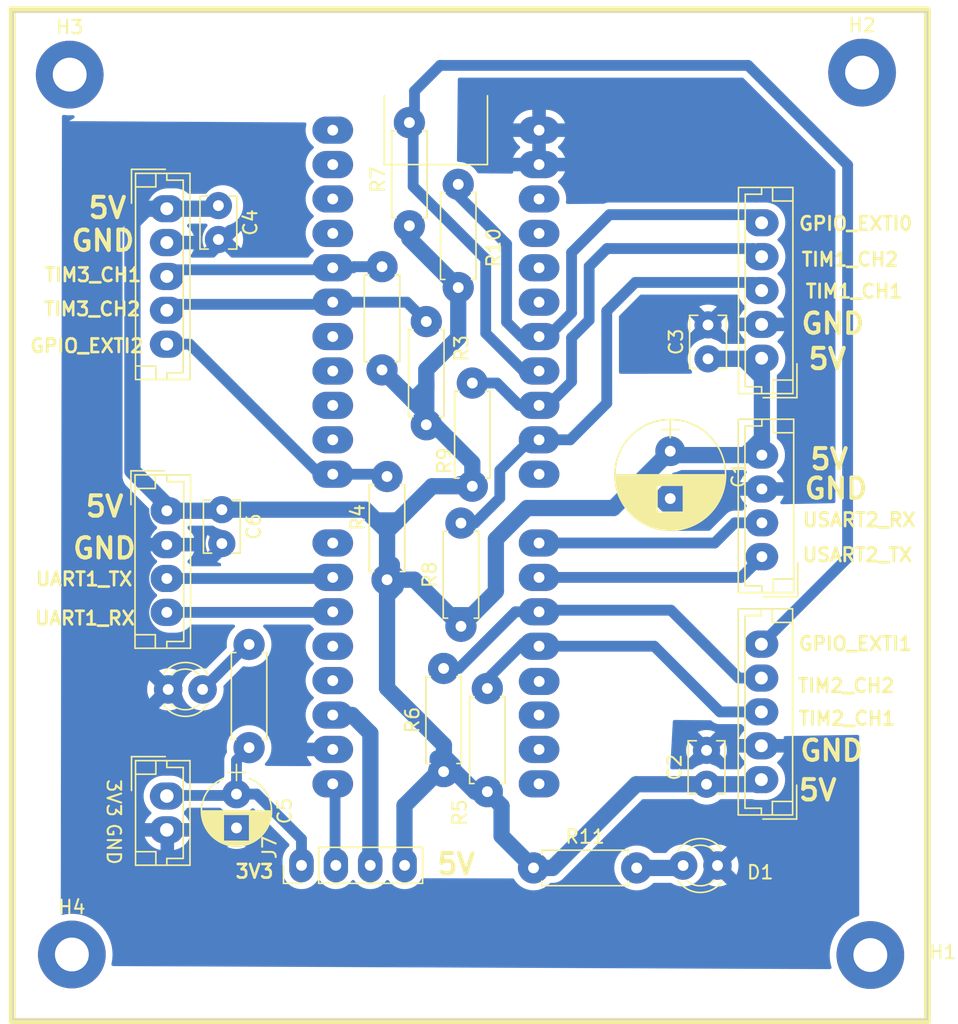
<source format=kicad_pcb>
(kicad_pcb (version 20221018) (generator pcbnew)
  (layers (0 "F.Cu" signal) (31 "B.Cu" signal) (34 "B.Paste" user) (35 "F.Paste" user) (36 "B.SilkS" user "B.Silkscreen") (37 "F.SilkS" user "F.Silkscreen") (38 "B.Mask" user) (39 "F.Mask" user) (44 "Edge.Cuts" user))
  (net 0 "")
  (net 1 "/UART_RX")
  (net 2 "/UART_TX")
  (net 3 "/3V3")
  (net 4 "/Vin")
  (net 5 "/VIN3")
  (net 6 "Net-(D1-A)")
  (net 7 "+5V")
  (net 8 "GND")
  (net 9 "Net-(J1-Pin_3)")
  (net 10 "/EXP2")
  (net 11 "Net-(J1-Pin_4)")
  (net 12 "Net-(J2-Pin_3)")
  (net 13 "/EXP1")
  (net 14 "Net-(J3-Pin_3)")
  (net 15 "Net-(J2-Pin_4)")
  (net 16 "/EXP0")
  (net 31 "/USART2_TX")
  (net 32 "/USART2_RX")
  (net 37 "Net-(J3-Pin_4)")
  (net 39 "Net-(D2-A)")
  (footprint "MY_LIB:Capacitor_Disc_Small" (layer "F.Cu") (at 110.884 68.67 -90)
    (fp_text reference "C4" (at 1.25 -2.36 -90) (layer "F.SilkS"))
    (fp_text value "C_Polarized_US")
    (pad "1" thru_hole circle (at 0 0 270) (size 2 2) (drill 0.8) (layers "*.Cu" "*.Mask") (net 7 "+5V"))
    (pad "2" thru_hole circle (at 2.5 0 270) (size 2 2) (drill 0.8) (layers "*.Cu" "*.Mask") (net 8 "GND"))
  )
  (footprint "MY_LIB:Resistor_small" (layer "F.Cu") (at 128.6 74.72 90)
    (fp_text reference "R10" (at 2.94 2.61 90) (layer "F.SilkS"))
    (fp_text value "R")
    (pad "1" thru_hole circle (at 0 0 90) (size 2.3 2.3) (drill 0.8) (layers "*.Cu" "*.Mask") (net 7 "+5V"))
    (pad "2" thru_hole circle (at 7.62 0 90) (size 2.3 2.3) (drill 0.8) (layers "*.Cu" "*.Mask") (net 16 "/EXP0"))
  )
  (footprint "MY_LIB:jst_4" (layer "F.Cu") (at 151.03 94.59 90)
    (fp_text reference "J5" hide)
    (fp_text value "Conn_01x04" hide)
    (pad "1" thru_hole oval (at 0 0 90) (size 2 2.4) (drill 0.8) (layers "*.Cu" "*.Mask") (net 31 "/USART2_TX"))
    (pad "2" thru_hole oval (at 2.5 0 90) (size 2 2.4) (drill 0.8) (layers "*.Cu" "*.Mask") (net 32 "/USART2_RX"))
    (pad "3" thru_hole oval (at 5 0 90) (size 2 2.4) (drill 0.8) (layers "*.Cu" "*.Mask") (net 8 "GND"))
    (pad "4" thru_hole oval (at 7.5 0 90) (size 2 2.4) (drill 0.8) (layers "*.Cu" "*.Mask") (net 7 "+5V"))
  )
  (footprint "MY_LIB:Capacitor_Disc_Small" (layer "F.Cu") (at 111.138 91.12 -90)
    (fp_text reference "C6" (at 1.25 -2.36 90) (layer "F.SilkS"))
    (fp_text value "C")
    (pad "1" thru_hole circle (at 0 0 270) (size 2 2) (drill 0.8) (layers "*.Cu" "*.Mask") (net 7 "+5V"))
    (pad "2" thru_hole circle (at 2.5 0 270) (size 2 2) (drill 0.8) (layers "*.Cu" "*.Mask") (net 8 "GND"))
  )
  (footprint "MY_LIB:Capacitor_10uF" (layer "F.Cu") (at 112.22 112.1175 -90)
    (fp_text reference "C5" (at 1.25 -3.56 90) (layer "F.SilkS"))
    (fp_text value "C")
    (pad "1" thru_hole circle (at 0 0 270) (size 2.1 2.1) (drill 0.8) (layers "*.Cu" "*.Mask") (net 3 "/3V3"))
    (pad "2" thru_hole circle (at 2.5 0 270) (size 2.1 2.1) (drill 0.8) (layers "*.Cu" "*.Mask") (net 8 "GND"))
  )
  (footprint "MY_LIB:Resistor_small" (layer "F.Cu") (at 113.15 108.69 90)
    (fp_text reference "R2" hide)
    (fp_text value "R" hide)
    (pad "1" thru_hole circle (at 0 0 90) (size 2.3 2.3) (drill 0.8) (layers "*.Cu" "*.Mask") (net 3 "/3V3"))
    (pad "2" thru_hole circle (at 7.62 0 90) (size 2.3 2.3) (drill 0.8) (layers "*.Cu" "*.Mask") (net 39 "Net-(D2-A)"))
  )
  (footprint "MountingHole:MountingHole_2.5mm_Pad" (layer "F.Cu") (at 100.06 123.96)
    (fp_text reference "H4" (at 0 -3.5) (layer "F.SilkS"))
    (fp_text value "MountingHole")
    (pad "1" thru_hole circle (at 0 0) (size 5 5) (drill 2.5) (layers "*.Cu" "*.Mask"))
  )
  (footprint "Connector_JST:JST_EH_B5B-EH-A_1x05_P2.50mm_Vertical" (layer "F.Cu") (at 150.99 111.05 90)
    (fp_text reference "J2" hide)
    (fp_text value "Conn_01x05" hide)
    (pad "1" thru_hole oval (at 0 0 90) (size 2 2.5) (drill 0.95) (layers "*.Cu" "*.Mask") (net 7 "+5V"))
    (pad "2" thru_hole oval (at 2.5 0 90) (size 2 2.5) (drill 0.95) (layers "*.Cu" "*.Mask") (net 8 "GND"))
    (pad "3" thru_hole oval (at 5 0 90) (size 2 2.5) (drill 0.95) (layers "*.Cu" "*.Mask") (net 12 "Net-(J2-Pin_3)"))
    (pad "4" thru_hole oval (at 7.5 0 90) (size 2 2.5) (drill 0.95) (layers "*.Cu" "*.Mask") (net 15 "Net-(J2-Pin_4)"))
    (pad "5" thru_hole oval (at 10 0 90) (size 2 2.5) (drill 0.95) (layers "*.Cu" "*.Mask") (net 13 "/EXP1"))
  )
  (footprint "Connector_JST:JST_EH_B5B-EH-A_1x05_P2.50mm_Vertical" (layer "F.Cu") (at 151.01 79.94 90)
    (fp_text reference "J3" hide)
    (fp_text value "Conn_01x05" hide)
    (pad "1" thru_hole oval (at 0 0 90) (size 2 2.5) (drill 0.95) (layers "*.Cu" "*.Mask") (net 7 "+5V"))
    (pad "2" thru_hole oval (at 2.5 0 90) (size 2 2.5) (drill 0.95) (layers "*.Cu" "*.Mask") (net 8 "GND"))
    (pad "3" thru_hole oval (at 5 0 90) (size 2 2.5) (drill 0.95) (layers "*.Cu" "*.Mask") (net 14 "Net-(J3-Pin_3)"))
    (pad "4" thru_hole oval (at 7.5 0 90) (size 2 2.5) (drill 0.95) (layers "*.Cu" "*.Mask") (net 37 "Net-(J3-Pin_4)"))
    (pad "5" thru_hole oval (at 10 0 90) (size 2 2.5) (drill 0.95) (layers "*.Cu" "*.Mask") (net 16 "/EXP0"))
  )
  (footprint "MY_LIB:Resistor_small" (layer "F.Cu") (at 123.34 96.29 90)
    (fp_text reference "R4" (at 4.6 -2.16 90) (layer "F.SilkS"))
    (fp_text value "R")
    (pad "1" thru_hole circle (at 0 0 90) (size 2.3 2.3) (drill 0.8) (layers "*.Cu" "*.Mask") (net 7 "+5V"))
    (pad "2" thru_hole circle (at 7.62 0 90) (size 2.3 2.3) (drill 0.8) (layers "*.Cu" "*.Mask") (net 10 "/EXP2"))
  )
  (footprint "MY_LIB:LED_D3.0mm" (layer "F.Cu") (at 107.175 104.39)
    (fp_text reference "D2" hide)
    (fp_text value "LED" hide)
    (pad "1" thru_hole circle (at 0 0) (size 2.1 2.1) (drill 0.8) (layers "*.Cu" "*.Mask") (net 8 "GND"))
    (pad "2" thru_hole circle (at 2.54 0) (size 2.1 2.1) (drill 0.8) (layers "*.Cu" "*.Mask") (net 39 "Net-(D2-A)"))
  )
  (footprint "MY_LIB:Resistor_small" (layer "F.Cu") (at 122.97 80.8 90)
    (fp_text reference "R1" hide)
    (fp_text value "R" hide)
    (pad "1" thru_hole circle (at 0 0 90) (size 2.3 2.3) (drill 0.8) (layers "*.Cu" "*.Mask") (net 7 "+5V"))
    (pad "2" thru_hole circle (at 7.62 0 90) (size 2.3 2.3) (drill 0.8) (layers "*.Cu" "*.Mask") (net 9 "Net-(J1-Pin_3)"))
  )
  (footprint "MountingHole:MountingHole_2.5mm_Pad" (layer "F.Cu") (at 159.04 124)
    (fp_text reference "H1" (at 5.36 -0.22) (layer "F.SilkS"))
    (fp_text value "MountingHole")
    (pad "1" thru_hole circle (at 0 0) (size 5 5) (drill 2.5) (layers "*.Cu" "*.Mask"))
  )
  (footprint "MountingHole:MountingHole_2.5mm_Pad" (layer "F.Cu") (at 99.9 59)
    (fp_text reference "H3" (at 0 -3.5) (layer "F.SilkS"))
    (fp_text value "MountingHole")
    (pad "1" thru_hole circle (at 0 0) (size 5 5) (drill 2.5) (layers "*.Cu" "*.Mask"))
  )
  (footprint "MY_LIB:Resistor_small" (layer "F.Cu") (at 130.75 111.94 90)
    (fp_text reference "R5" (at -1.54 -2.04 90) (layer "F.SilkS"))
    (fp_text value "R")
    (pad "1" thru_hole circle (at 0 0 90) (size 2.3 2.3) (drill 0.8) (layers "*.Cu" "*.Mask") (net 7 "+5V"))
    (pad "2" thru_hole circle (at 7.62 0 90) (size 2.3 2.3) (drill 0.8) (layers "*.Cu" "*.Mask") (net 12 "Net-(J2-Pin_3)"))
  )
  (footprint "MY_LIB:LED_D3.0mm" (layer "F.Cu") (at 147.75 117.39 180)
    (fp_text reference "D1" (at -3.155 -0.505) (layer "F.SilkS"))
    (fp_text value "LED")
    (pad "1" thru_hole circle (at 0 0 180) (size 2.1 2.1) (drill 0.8) (layers "*.Cu" "*.Mask") (net 8 "GND"))
    (pad "2" thru_hole circle (at 2.54 0 180) (size 2.1 2.1) (drill 0.8) (layers "*.Cu" "*.Mask") (net 6 "Net-(D1-A)"))
  )
  (footprint "MY_LIB:Resistor_small" (layer "F.Cu") (at 124.99 70.16 90)
    (fp_text reference "R7" (at 3.41 -2.33 90) (layer "F.SilkS"))
    (fp_text value "R")
    (pad "1" thru_hole circle (at 0 0 90) (size 2.3 2.3) (drill 0.8) (layers "*.Cu" "*.Mask") (net 7 "+5V"))
    (pad "2" thru_hole circle (at 7.62 0 90) (size 2.3 2.3) (drill 0.8) (layers "*.Cu" "*.Mask") (net 13 "/EXP1"))
  )
  (footprint "MountingHole:MountingHole_2.5mm_Pad" (layer "F.Cu") (at 158.43 58.85)
    (fp_text reference "H2" (at 0 -3.5) (layer "F.SilkS"))
    (fp_text value "MountingHole")
    (pad "1" thru_hole circle (at 0 0) (size 5 5) (drill 2.5) (layers "*.Cu" "*.Mask"))
  )
  (footprint "Connector_JST:JST_EH_B5B-EH-A_1x05_P2.50mm_Vertical" (layer "F.Cu") (at 107.074 68.9 -90)
    (fp_text reference "J1" hide)
    (fp_text value "Conn_01x05" hide)
    (pad "1" thru_hole oval (at 0 0 270) (size 2 2.5) (drill 0.95) (layers "*.Cu" "*.Mask") (net 7 "+5V"))
    (pad "2" thru_hole oval (at 2.5 0 270) (size 2 2.5) (drill 0.95) (layers "*.Cu" "*.Mask") (net 8 "GND"))
    (pad "3" thru_hole oval (at 5 0 270) (size 2 2.5) (drill 0.95) (layers "*.Cu" "*.Mask") (net 9 "Net-(J1-Pin_3)"))
    (pad "4" thru_hole oval (at 7.5 0 270) (size 2 2.5) (drill 0.95) (layers "*.Cu" "*.Mask") (net 11 "Net-(J1-Pin_4)"))
    (pad "5" thru_hole oval (at 10 0 270) (size 2 2.5) (drill 0.95) (layers "*.Cu" "*.Mask") (net 10 "/EXP2"))
  )
  (footprint "MY_LIB:Resistor_small" (layer "F.Cu") (at 127.52 110.46 90)
    (fp_text reference "R6" (at 3.81 -2.31 90) (layer "F.SilkS"))
    (fp_text value "R")
    (pad "1" thru_hole circle (at 0 0 90) (size 2.3 2.3) (drill 0.8) (layers "*.Cu" "*.Mask") (net 7 "+5V"))
    (pad "2" thru_hole circle (at 7.62 0 90) (size 2.3 2.3) (drill 0.8) (layers "*.Cu" "*.Mask") (net 15 "Net-(J2-Pin_4)"))
  )
  (footprint "MY_LIB:Capacitor_Disc_Small" (layer "F.Cu") (at 147.05 79.98 90)
    (fp_text reference "C3" (at 1.25 -2.36 90) (layer "F.SilkS"))
    (fp_text value "C_Polarized_US" hide)
    (pad "1" thru_hole circle (at 0 0 90) (size 2 2) (drill 0.8) (layers "*.Cu" "*.Mask") (net 7 "+5V"))
    (pad "2" thru_hole circle (at 2.5 0 90) (size 2 2) (drill 0.8) (layers "*.Cu" "*.Mask") (net 8 "GND"))
  )
  (footprint "MY_LIB:Resistor_small" (layer "F.Cu") (at 134.16 117.57)
    (fp_text reference "R11" (at 3.81 -2.31) (layer "F.SilkS"))
    (fp_text value "R")
    (pad "1" thru_hole circle (at 0 0) (size 2.3 2.3) (drill 0.8) (layers "*.Cu" "*.Mask") (net 7 "+5V"))
    (pad "2" thru_hole circle (at 7.62 0) (size 2.3 2.3) (drill 0.8) (layers "*.Cu" "*.Mask") (net 6 "Net-(D1-A)"))
  )
  (footprint "MY_LIB:Resistor_small" (layer "F.Cu") (at 128.8 99.73 90)
    (fp_text reference "R8" (at 3.81 -2.31 90) (layer "F.SilkS"))
    (fp_text value "R")
    (pad "1" thru_hole circle (at 0 0 90) (size 2.3 2.3) (drill 0.8) (layers "*.Cu" "*.Mask") (net 7 "+5V"))
    (pad "2" thru_hole circle (at 7.62 0 90) (size 2.3 2.3) (drill 0.8) (layers "*.Cu" "*.Mask") (net 14 "Net-(J3-Pin_3)"))
  )
  (footprint "MY_LIB:Resistor_small" (layer "F.Cu") (at 126.24 84.85 90)
    (fp_text reference "R3" (at 5.64 2.6 90) (layer "F.SilkS"))
    (fp_text value "R")
    (pad "1" thru_hole circle (at 0 0 90) (size 2.3 2.3) (drill 0.8) (layers "*.Cu" "*.Mask") (net 7 "+5V"))
    (pad "2" thru_hole circle (at 7.62 0 90) (size 2.3 2.3) (drill 0.8) (layers "*.Cu" "*.Mask") (net 11 "Net-(J1-Pin_4)"))
  )
  (footprint "MY_LIB:STM32_BLUEPLL_MOD" (layer "F.Cu") (at 119.33 63.1)
    (fp_text reference "U2" hide)
    (fp_text value "BluePill" hide)
    (pad "1" thru_hole oval (at 0 0) (size 3 2) (drill 0.8) (layers "*.Cu" "*.Mask"))
    (pad "2" thru_hole oval (at 0 2.54) (size 3 2) (drill 0.8) (layers "*.Cu" "*.Mask"))
    (pad "3" thru_hole oval (at 0 5.08) (size 3 2) (drill 0.8) (layers "*.Cu" "*.Mask"))
    (pad "4" thru_hole oval (at 0 7.62) (size 3 2) (drill 0.8) (layers "*.Cu" "*.Mask"))
    (pad "5" thru_hole oval (at 0 10.16) (size 3 2) (drill 0.8) (layers "*.Cu" "*.Mask") (net 9 "Net-(J1-Pin_3)"))
    (pad "6" thru_hole oval (at 0 12.7) (size 3 2) (drill 0.8) (layers "*.Cu" "*.Mask") (net 11 "Net-(J1-Pin_4)"))
    (pad "7" thru_hole oval (at 0 15.24) (size 3 2) (drill 0.8) (layers "*.Cu" "*.Mask"))
    (pad "8" thru_hole oval (at 0 17.78) (size 3 2) (drill 0.8) (layers "*.Cu" "*.Mask"))
    (pad "9" thru_hole oval (at 0 20.32) (size 3 2) (drill 0.8) (layers "*.Cu" "*.Mask"))
    (pad "10" thru_hole oval (at 0 22.86) (size 3 2) (drill 0.8) (layers "*.Cu" "*.Mask"))
    (pad "11" thru_hole oval (at 0 25.4) (size 3 2) (drill 0.8) (layers "*.Cu" "*.Mask") (net 10 "/EXP2"))
    (pad "13" thru_hole oval (at 0 30.48) (size 3 2) (drill 0.8) (layers "*.Cu" "*.Mask"))
    (pad "14" thru_hole oval (at 0 33.02) (size 3 2) (drill 0.8) (layers "*.Cu" "*.Mask") (net 2 "/UART_TX"))
    (pad "15" thru_hole oval (at 0 35.56) (size 3 2) (drill 0.8) (layers "*.Cu" "*.Mask") (net 1 "/UART_RX"))
    (pad "16" thru_hole oval (at 0 38.1) (size 3 2) (drill 0.8) (layers "*.Cu" "*.Mask"))
    (pad "17" thru_hole oval (at 0 40.64) (size 3 2) (drill 0.8) (layers "*.Cu" "*.Mask"))
    (pad "18" thru_hole oval (at 0 43.18) (size 3 2) (drill 0.8) (layers "*.Cu" "*.Mask") (net 4 "/Vin"))
    (pad "19" thru_hole oval (at 0 45.72) (size 3 2) (drill 0.8) (layers "*.Cu" "*.Mask") (net 8 "GND"))
    (pad "20" thru_hole oval (at 0 48.26) (size 3 2) (drill 0.8) (layers "*.Cu" "*.Mask") (net 5 "/VIN3"))
    (pad "21" thru_hole oval (at 15.24 48.26) (size 3 2) (drill 0.8) (layers "*.Cu" "*.Mask"))
    (pad "22" thru_hole oval (at 15.24 45.72) (size 3 2) (drill 0.8) (layers "*.Cu" "*.Mask"))
    (pad "23" thru_hole oval (at 15.24 43.18) (size 3 2) (drill 0.8) (layers "*.Cu" "*.Mask"))
    (pad "24" thru_hole oval (at 15.25 40.7) (size 3 2) (drill 0.8) (layers "*.Cu" "*.Mask"))
    (pad "25" thru_hole oval (at 15.24 38.1) (size 3 2) (drill 0.8) (layers "*.Cu" "*.Mask") (net 12 "Net-(J2-Pin_3)"))
    (pad "26" thru_hole oval (at 15.24 35.56) (size 3 2) (drill 0.8) (layers "*.Cu" "*.Mask") (net 15 "Net-(J2-Pin_4)"))
    (pad "27" thru_hole oval (at 15.24 33.02) (size 3 2) (drill 0.8) (layers "*.Cu" "*.Mask") (net 31 "/USART2_TX"))
    (pad "28" thru_hole oval (at 15.24 30.48) (size 3 2) (drill 0.8) (layers "*.Cu" "*.Mask") (net 32 "/USART2_RX"))
    (pad "30" thru_hole oval (at 15.24 25.4) (size 3 2) (drill 0.8) (layers "*.Cu" "*.Mask"))
    (pad "31" thru_hole oval (at 15.24 22.86) (size 3 2) (drill 0.8) (layers "*.Cu" "*.Mask") (net 14 "Net-(J3-Pin_3)"))
    (pad "32" thru_hole oval (at 15.24 20.32) (size 3 2) (drill 0.8) (layers "*.Cu" "*.Mask") (net 37 "Net-(J3-Pin_4)"))
    (pad "33" thru_hole oval (at 15.24 17.78) (size 3 2) (drill 0.8) (layers "*.Cu" "*.Mask") (net 13 "/EXP1"))
    (pad "34" thru_hole oval (at 15.24 15.24) (size 3 2) (drill 0.8) (layers "*.Cu" "*.Mask") (net 16 "/EXP0"))
    (pad "35" thru_hole oval (at 15.24 12.7) (size 3 2) (drill 0.8) (layers "*.Cu" "*.Mask"))
    (pad "36" thru_hole oval (at 15.24 10.16) (size 3 2) (drill 0.8) (layers "*.Cu" "*.Mask"))
    (pad "37" thru_hole oval (at 15.24 7.62) (size 3 2) (drill 0.8) (layers "*.Cu" "*.Mask"))
    (pad "38" thru_hole oval (at 15.24 5.08) (size 3 2) (drill 0.8) (layers "*.Cu" "*.Mask") (net 5 "/VIN3"))
    (pad "39" thru_hole oval (at 15.24 2.54) (size 3 2) (drill 0.8) (layers "*.Cu" "*.Mask") (net 8 "GND"))
    (pad "40" thru_hole oval (at 15.24 0) (size 3 2) (drill 0.8) (layers "*.Cu" "*.Mask") (net 8 "GND"))
  )
  (footprint "MY_LIB:Capacitor_Disc_Small" (layer "F.Cu") (at 146.94 111.39 90)
    (fp_text reference "C2" (at 1.25 -2.36 90) (layer "F.SilkS"))
    (fp_text value "C_Polarized_US")
    (pad "1" thru_hole circle (at 0 0 90) (size 2 2) (drill 0.8) (layers "*.Cu" "*.Mask") (net 7 "+5V"))
    (pad "2" thru_hole circle (at 2.5 0 90) (size 2 2) (drill 0.8) (layers "*.Cu" "*.Mask") (net 8 "GND"))
  )
  (footprint "Connector_PinHeader_2.54mm:PinHeader_1x04_P2.54mm_Vertical" (layer "F.Cu") (at 117.02 117.38 90)
    (fp_text reference "J7" (at 1.33 -2.36 90) (layer "F.SilkS"))
    (fp_text value "Conn_01x04")
    (pad "1" thru_hole oval (at 0 0 90) (size 2.5 1.8) (drill 0.8) (layers "*.Cu" "*.Mask") (net 3 "/3V3"))
    (pad "2" thru_hole oval (at 0 2.54 90) (size 2.5 1.8) (drill 0.8) (layers "*.Cu" "*.Mask") (net 5 "/VIN3"))
    (pad "3" thru_hole oval (at 0 5.08 90) (size 2.5 1.8) (drill 0.8) (layers "*.Cu" "*.Mask") (net 4 "/Vin"))
    (pad "4" thru_hole oval (at 0 7.62 90) (size 2.5 1.8) (drill 0.8) (layers "*.Cu" "*.Mask") (net 7 "+5V"))
  )
  (footprint "MY_LIB:Resistor_small" (layer "F.Cu") (at 129.64 89.39 90)
    (fp_text reference "R9" (at 1.88 -2.07 90) (layer "F.SilkS"))
    (fp_text value "R")
    (pad "1" thru_hole circle (at 0 0 90) (size 2.3 2.3) (drill 0.8) (layers "*.Cu" "*.Mask") (net 7 "+5V"))
    (pad "2" thru_hole circle (at 7.62 0 90) (size 2.3 2.3) (drill 0.8) (layers "*.Cu" "*.Mask") (net 37 "Net-(J3-Pin_4)"))
  )
  (footprint "Connector_JST:JST_EH_B2B-EH-A_1x02_P2.50mm_Vertical" (layer "F.Cu") (at 107.074 112.26 -90)
    (fp_text reference "J6" hide)
    (fp_text value "Conn_01x02_Pin" hide)
    (pad "1" thru_hole oval (at 0 0 270) (size 2 2.5) (drill 1) (layers "*.Cu" "*.Mask") (net 3 "/3V3"))
    (pad "2" thru_hole oval (at 2.5 0 270) (size 2 2.5) (drill 1) (layers "*.Cu" "*.Mask") (net 8 "GND"))
  )
  (footprint "MY_LIB:jst_4" (layer "F.Cu") (at 107.074 91.2 -90)
    (fp_text reference "J4" hide)
    (fp_text value "Conn_01x04_Pin")
    (pad "1" thru_hole oval (at 0 0 270) (size 2 2.4) (drill 0.8) (layers "*.Cu" "*.Mask") (net 7 "+5V"))
    (pad "2" thru_hole oval (at 2.5 0 270) (size 2 2.4) (drill 0.8) (layers "*.Cu" "*.Mask") (net 8 "GND"))
    (pad "3" thru_hole oval (at 5 0 270) (size 2 2.4) (drill 0.8) (layers "*.Cu" "*.Mask") (net 2 "/UART_TX"))
    (pad "4" thru_hole oval (at 7.5 0 270) (size 2 2.4) (drill 0.8) (layers "*.Cu" "*.Mask") (net 1 "/UART_RX"))
  )
  (footprint "MY_LIB:Capacitor_100uF" (layer "F.Cu") (at 144.26 86.8 -90)
    (fp_text reference "C1" (at 1.75 -5.06 90) (layer "F.SilkS"))
    (fp_text value "C")
    (pad "1" thru_hole circle (at 0 0 270) (size 2.2 2.2) (drill 0.8) (layers "*.Cu" "*.Mask") (net 7 "+5V"))
    (pad "2" thru_hole circle (at 3.5 0 270) (size 2.2 2.2) (drill 0.8) (layers "*.Cu" "*.Mask") (net 8 "GND"))
  )
  (gr_rect (start 95.655 54.22) (end 163.255 128.88) (stroke (width 0.5)) (fill none) (layer "F.SilkS"))
  (gr_rect (start 95.72 54.38) (end 163.26 128.75) (stroke (width 0.1)) (fill none) (layer "Edge.Cuts"))
  (gr_rect (start 163.26 128.75) (end 163.26 128.75) (stroke (width 0.1)) (fill none) (layer "Edge.Cuts"))
  (gr_rect (start 163.26 128.75) (end 163.26 128.75) (stroke (width 0.1)) (fill none) (layer "Edge.Cuts"))
  (gr_text "GPIO_EXTI0" (at 153.66 70.58) (layer "F.SilkS") (effects (font (size 1 1) (thickness 0.2) bold) (justify left bottom)))
  (gr_text "GND" (at 99.87 72.14) (layer "F.SilkS") (effects (font (size 1.5 1.5) (thickness 0.3) bold) (justify left bottom)))
  (gr_text "GPIO_EXTI2" (at 96.87 79.61) (layer "F.SilkS") (effects (font (size 1 1) (thickness 0.2) bold) (justify left bottom)))
  (gr_text "3V3" (at 102.57 110.93 -90) (layer "F.SilkS") (effects (font (size 1 1)) (justify left bottom)))
  (gr_text "GND\n" (at 102.57 114.18 -90) (layer "F.SilkS") (effects (font (size 1 1)) (justify left bottom)))
  (gr_text "TIM2_CH1" (at 153.64 107.12) (layer "F.SilkS") (effects (font (size 1 1) (thickness 0.2) bold) (justify left bottom)))
  (gr_text "5V" (at 153.6 112.71) (layer "F.SilkS") (effects (font (size 1.5 1.5) (thickness 0.3) bold) (justify left bottom)))
  (gr_text "5V" (at 154.31 80.87) (layer "F.SilkS") (effects (font (size 1.5 1.5) (thickness 0.3) bold) (justify left bottom)))
  (gr_text "TIM3_CH1\n" (at 97.94 74.37) (layer "F.SilkS") (effects (font (size 1 1) (thickness 0.2) bold) (justify left bottom)))
  (gr_text "3V3" (at 112.04 118.41) (layer "F.SilkS") (effects (font (size 1 1) (thickness 0.2) bold) (justify left bottom)))
  (gr_text "TIM2_CH2" (at 153.57 104.7) (layer "F.SilkS") (effects (font (size 1 1) (thickness 0.2) bold) (justify left bottom)))
  (gr_text "UART1_TX" (at 97.28 96.83) (layer "F.SilkS") (effects (font (size 1 1) (thickness 0.2) bold) (justify left bottom)))
  (gr_text "GPIO_EXTI1" (at 153.64 101.6) (layer "F.SilkS") (effects (font (size 1 1) (thickness 0.2) bold) (justify left bottom)))
  (gr_text "UART1_RX" (at 97.23 99.72) (layer "F.SilkS") (effects (font (size 1 1) (thickness 0.2) bold) (justify left bottom)))
  (gr_text "GND" (at 153.79 78.26) (layer "F.SilkS") (effects (font (size 1.5 1.5) (thickness 0.3) bold) (justify left bottom)))
  (gr_text "USART2_RX" (at 153.95 92.46) (layer "F.SilkS") (effects (font (size 1 1) (thickness 0.2) bold) (justify left bottom)))
  (gr_text "5V" (at 126.89 118.17) (layer "F.SilkS") (effects (font (size 1.5 1.5) (thickness 0.3) bold) (justify left bottom)))
  (gr_text "USART2_TX" (at 153.93 95.04) (layer "F.SilkS") (effects (font (size 1 1) (thickness 0.2) bold) (justify left bottom)))
  (gr_text "GND" (at 153.7 109.79) (layer "F.SilkS") (effects (font (size 1.5 1.5) (thickness 0.3) bold) (justify left bottom)))
  (gr_text "5V" (at 101.13 69.72) (layer "F.SilkS") (effects (font (size 1.5 1.5) (thickness 0.3) bold) (justify left bottom)))
  (gr_text "TIM1_CH1" (at 154.16 75.58) (layer "F.SilkS") (effects (font (size 1 1) (thickness 0.2) bold) (justify left bottom)))
  (gr_text "GND" (at 99.98 94.85) (layer "F.SilkS") (effects (font (size 1.5 1.5) (thickness 0.3) bold) (justify left bottom)))
  (gr_text "TIM3_CH2" (at 97.88 76.89) (layer "F.SilkS") (effects (font (size 1 1) (thickness 0.2) bold) (justify left bottom)))
  (gr_text "GND" (at 154.02 90.44) (layer "F.SilkS") (effects (font (size 1.5 1.5) (thickness 0.3) bold) (justify left bottom)))
  (gr_text "TIM1_CH2\n" (at 153.86 73.23) (layer "F.SilkS") (effects (font (size 1 1) (thickness 0.2) bold) (justify left bottom)))
  (gr_text "5V" (at 100.92 91.76) (layer "F.SilkS") (effects (font (size 1.5 1.5) (thickness 0.3) bold) (justify left bottom)))
  (gr_text "5V" (at 154.45 88.27) (layer "F.SilkS") (effects (font (size 1.5 1.5) (thickness 0.3) bold) (justify left bottom)))
  (segment (start 107.074 98.7) (end 119.29 98.7) (width 0.8) (layer "B.Cu") (net 1))
  (segment (start 119.29 98.7) (end 119.33 98.66) (width 0.8) (layer "B.Cu") (net 1))
  (segment (start 107.074 96.2) (end 119.25 96.2) (width 0.8) (layer "B.Cu") (net 2))
  (segment (start 119.25 96.2) (end 119.33 96.12) (width 0.8) (layer "B.Cu") (net 2))
  (segment (start 112.22 109.62) (end 113.15 108.69) (width 0.8) (layer "B.Cu") (net 3))
  (segment (start 117.02 115.432576) (end 117.02 117.38) (width 0.8) (layer "B.Cu") (net 3))
  (segment (start 107.11 112.26) (end 107.15 112.22) (width 0.8) (layer "B.Cu") (net 3))
  (segment (start 112.22 112.1175) (end 112.22 109.62) (width 0.8) (layer "B.Cu") (net 3))
  (segment (start 111.54 112.22) (end 111.62 112.14) (width 0.8) (layer "B.Cu") (net 3))
  (segment (start 107.15 112.22) (end 111.54 112.22) (width 0.8) (layer "B.Cu") (net 3))
  (segment (start 113.704924 112.1175) (end 117.02 115.432576) (width 0.8) (layer "B.Cu") (net 3))
  (segment (start 112.22 112.1175) (end 113.704924 112.1175) (width 0.8) (layer "B.Cu") (net 3))
  (segment (start 122.11 107.63) (end 120.76 106.28) (width 1.2) (layer "B.Cu") (net 4))
  (segment (start 120.76 106.28) (end 119.33 106.28) (width 1.2) (layer "B.Cu") (net 4))
  (segment (start 122.11 117.37) (end 122.11 107.63) (width 1.2) (layer "B.Cu") (net 4))
  (segment (start 122.1 117.38) (end 122.11 117.37) (width 1.2) (layer "B.Cu") (net 4))
  (segment (start 119.5 111.53) (end 119.33 111.36) (width 0.8) (layer "B.Cu") (net 5))
  (segment (start 119.56 117.38) (end 119.5 117.32) (width 0.8) (layer "B.Cu") (net 5))
  (segment (start 119.5 117.32) (end 119.5 111.53) (width 0.8) (layer "B.Cu") (net 5))
  (segment (start 145.03 117.57) (end 145.21 117.39) (width 1.2) (layer "B.Cu") (net 6))
  (segment (start 141.78 117.57) (end 145.03 117.57) (width 1.2) (layer "B.Cu") (net 6))
  (segment (start 124.64 117.38) (end 124.63 117.37) (width 1.2) (layer "B.Cu") (net 7))
  (segment (start 110.654 68.9) (end 110.884 68.67) (width 1.2) (layer "B.Cu") (net 7))
  (segment (start 150.65 111.39) (end 150.99 111.05) (width 1.2) (layer "B.Cu") (net 7))
  (segment (start 134.16 117.57) (end 135.57 117.57) (width 1.2) (layer "B.Cu") (net 7))
  (segment (start 123.7 95.67) (end 124.32 96.29) (width 1.2) (layer "B.Cu") (net 7))
  (segment (start 126.24 80.780152) (end 128.6 78.420152) (width 1.2) (layer "B.Cu") (net 7))
  (segment (start 128.6 78.420152) (end 128.6 74.72) (width 1.2) (layer "B.Cu") (net 7))
  (segment (start 129.31 98.91) (end 128.4 98.91) (width 1.2) (layer "B.Cu") (net 7))
  (segment (start 126.24 81.71) (end 126.24 80.780152) (width 1.2) (layer "B.Cu") (net 7))
  (segment (start 126.24 84.07) (end 125.245 83.075) (width 1.2) (layer "B.Cu") (net 7))
  (segment (start 107.074 91.2) (end 111.058 91.2) (width 1.2) (layer "B.Cu") (net 7))
  (segment (start 104.534 88.254) (end 107.074 90.794) (width 1.2) (layer "B.Cu") (net 7))
  (segment (start 123.34 92.71) (end 123.99 92.06) (width 1.2) (layer "B.Cu") (net 7))
  (segment (start 127.13 110.46) (end 127.52 110.46) (width 1.2) (layer "B.Cu") (net 7))
  (segment (start 127.08 110.41) (end 127.13 110.46) (width 1.2) (layer "B.Cu") (net 7))
  (segment (start 149.75 87.09) (end 149.81 87.09) (width 1.2) (layer "B.Cu") (net 7))
  (segment (start 122.535 91.915) (end 121.74 91.12) (width 1.2) (layer "B.Cu") (net 7))
  (segment (start 123.34 96.29) (end 123.34 92.72) (width 1.2) (layer "B.Cu") (net 7))
  (segment (start 128.4 98.91) (end 128.19 99.12) (width 1.2) (layer "B.Cu") (net 7))
  (segment (start 126.83 84.85) (end 126.24 84.85) (width 1.2) (layer "B.Cu") (net 7))
  (segment (start 149.81 87.09) (end 151.03 85.87) (width 1.2) (layer "B.Cu") (net 7))
  (segment (start 107.074 68.9) (end 110.654 68.9) (width 1.2) (layer "B.Cu") (net 7))
  (segment (start 151.03 79.96) (end 151.01 79.94) (width 1.2) (layer "B.Cu") (net 7))
  (segment (start 151.03 87.09) (end 151.03 85.87) (width 1.2) (layer "B.Cu") (net 7))
  (segment (start 123.99 92.06) (end 123.845 91.915) (width 1.2) (layer "B.Cu") (net 7))
  (segment (start 140.06 91) (end 133.680152 91) (width 1.2) (layer "B.Cu") (net 7))
  (segment (start 128.19 99.12) (end 128.8 99.73) (width 1.2) (layer "B.Cu") (net 7))
  (segment (start 125.245 83.075) (end 122.97 80.8) (width 1.2) (layer "B.Cu") (net 7))
  (segment (start 126.66 89.39) (end 129.64 89.39) (width 1.2) (layer "B.Cu") (net 7))
  (segment (start 127.52 110.46) (end 128.36 110.46) (width 1.2) (layer "B.Cu") (net 7))
  (segment (start 123.34 96.29) (end 124.32 96.29) (width 1.2) (layer "B.Cu") (net 7))
  (segment (start 144.26 86.8) (end 140.06 91) (width 1.2) (layer "B.Cu") (net 7))
  (segment (start 125.245 83.075) (end 126.24 82.08) (width 1.2) (layer "B.Cu") (net 7))
  (segment (start 123.34 97.46) (end 123.97 96.83) (width 1.2) (layer "B.Cu") (net 7))
  (segment (start 127.08 109.48) (end 127.08 110.41) (width 1.2) (layer "B.Cu") (net 7))
  (segment (start 151.03 85.87) (end 151.03 81.06) (width 1.2) (layer "B.Cu") (net 7))
  (segment (start 149.67 79.98) (end 147.05 79.98) (width 1.2) (layer "B.Cu") (net 7))
  (segment (start 128.36 110.46) (end 129.84 111.94) (width 1.2) (layer "B.Cu") (net 7))
  (segment (start 123.34 97.46) (end 123.34 96.29) (width 1.2) (layer "B.Cu") (net 7))
  (segment (start 111.058 91.2) (end 111.138 91.12) (width 1.2) (layer "B.Cu") (net 7))
  (segment (start 123.7 95.17) (end 123.7 95.67) (width 1.2) (layer "B.Cu") (net 7))
  (segment (start 107.074 68.9) (end 105.534 68.9) (width 1.2) (layer "B.Cu") (net 7))
  (segment (start 144.55 87.09) (end 144.26 86.8) (width 1.2) (layer "B.Cu") (net 7))
  (segment (start 131.38 97.15) (end 128.8 99.73) (width 1.2) (layer "B.Cu") (net 7))
  (segment (start 127.54 110.44) (end 127.54 109.33) (width 1.2) (layer "B.Cu") (net 7))
  (segment (start 141.75 111.39) (end 146.94 111.39) (width 1.2) (layer "B.Cu") (net 7))
  (segment (start 126.24 84.85) (end 126.24 81.71) (width 1.2) (layer "B.Cu") (net 7))
  (segment (start 123.845 91.915) (end 122.535 91.915) (width 1.2) (layer "B.Cu") (net 7))
  (segment (start 127.54 109.33) (end 128.19 109.98) (width 1.2) (layer "B.Cu") (net 7))
  (segment (start 127.54 108.49) (end 123.34 104.29) (width 1.2) (layer "B.Cu") (net 7))
  (segment (start 151.03 81.06) (end 150.75 81.06) (width 1.2) (layer "B.Cu") (net 7))
  (segment (start 124.63 112.96) (end 127.13 110.46) (width 1.2) (layer "B.Cu") (net 7))
  (segment (start 105.534 68.9) (end 104.534 69.9) (width 1.2) (layer "B.Cu") (net 7))
  (segment (start 104.534 69.9) (end 104.534 88.254) (width 1.2) (layer "B.Cu") (net 7))
  (segment (start 129.17 89.23) (end 129.64 88.76) (width 1.2) (layer "B.Cu") (net 7))
  (segment (start 124.99 70.16) (end 124.99 71.11) (width 1.2) (layer "B.Cu") (net 7))
  (segment (start 127.52 110.46) (end 127.54 110.44) (width 1.2) (layer "B.Cu") (net 7))
  (segment (start 151.03 81.06) (end 151.03 79.96) (width 1.2) (layer "B.Cu") (net 7))
  (segment (start 130.75 111.94) (end 131.8 112.99) (width 1.2) (layer "B.Cu") (net 7))
  (segment (start 146.94 111.39) (end 150.65 111.39) (width 1.2) (layer "B.Cu") (net 7))
  (segment (start 123.34 104.29) (end 123.34 97.46) (width 1.2) (layer "B.Cu") (net 7))
  (segment (start 129.64 87.66) (end 126.83 84.85) (width 1.2) (layer "B.Cu") (net 7))
  (segment (start 128.75 89.23) (end 129.17 89.23) (width 1.2) (layer "B.Cu") (net 7))
  (segment (start 125.36 96.29) (end 128.19 99.12) (width 1.2) (layer "B.Cu") (net 7))
  (segment (start 135.57 117.57) (end 141.75 111.39) (width 1.2) (layer "B.Cu") (net 7))
  (segment (start 150.75 81.06) (end 149.67 79.98) (width 1.2) (layer "B.Cu") (net 7))
  (segment (start 123.97 96.83) (end 123.97 96.61) (width 1.2) (layer "B.Cu") (net 7))
  (segment (start 133.680152 91) (end 131.38 93.300152) (width 1.2) (layer "B.Cu") (net 7))
  (segment (start 123.34 92.72) (end 122.535 91.915) (width 1.2) (layer "B.Cu") (net 7))
  (segment (start 121.74 91.12) (end 111.138 91.12) (width 1.2) (layer "B.Cu") (net 7))
  (segment (start 131.8 115.21) (end 134.16 117.57) (width 1.2) (layer "B.Cu") (net 7))
  (segment (start 124.32 96.29) (end 125.36 96.29) (width 1.2) (layer "B.Cu") (net 7))
  (segment (start 129.64 88.76) (end 129.64 87.66) (width 1.2) (layer "B.Cu") (net 7))
  (segment (start 124.63 117.37) (end 124.63 112.96) (width 1.2) (layer "B.Cu") (net 7))
  (segment (start 129.84 111.94) (end 130.75 111.94) (width 1.2) (layer "B.Cu") (net 7))
  (segment (start 123.99 92.06) (end 126.66 89.39) (width 1.2) (layer "B.Cu") (net 7))
  (segment (start 126.24 84.85) (end 126.24 84.07) (width 1.2) (layer "B.Cu") (net 7))
  (segment (start 129.64 89.39) (end 129.64 88.76) (width 1.2) (layer "B.Cu") (net 7))
  (segment (start 131.8 112.99) (end 131.8 115.21) (width 1.2) (layer "B.Cu") (net 7))
  (segment (start 151.03 87.09) (end 149.75 87.09) (width 1.2) (layer "B.Cu") (net 7))
  (segment (start 149.75 87.09) (end 144.55 87.09) (width 1.2) (layer "B.Cu") (net 7))
  (segment (start 131.38 93.300152) (end 131.38 97.15) (width 1.2) (layer "B.Cu") (net 7))
  (segment (start 128.19 109.98) (end 128.19 110.33) (width 1.2) (layer "B.Cu") (net 7))
  (segment (start 126.24 82.08) (end 126.24 81.71) (width 1.2) (layer "B.Cu") (net 7))
  (segment (start 127.54 109.33) (end 127.54 108.49) (width 1.2) (layer "B.Cu") (net 7))
  (segment (start 123.34 96.29) (end 123.34 92.71) (width 1.2) (layer "B.Cu") (net 7))
  (segment (start 124.99 71.11) (end 128.6 74.72) (width 1.2) (layer "B.Cu") (net 7))
  (segment (start 107.074 90.794) (end 107.074 91.2) (width 1.2) (layer "B.Cu") (net 7))
  (segment (start 151.01 79.94) (end 150.97 79.98) (width 1.2) (layer "B.Cu") (net 7))
  (segment (start 150.97 79.98) (end 149.67 79.98) (width 1.2) (layer "B.Cu") (net 7))
  (segment (start 151.06 108.86) (end 150.98 108.78) (width 1.2) (layer "B.Cu") (net 8))
  (segment (start 147 108.78) (end 146.92 108.86) (width 1.2) (layer "B.Cu") (net 8))
  (segment (start 107.564 73.41) (end 119.18 73.41) (width 0.8) (layer "B.Cu") (net 9))
  (segment (start 122.97 73.18) (end 120.9 73.18) (width 0.8) (layer "B.Cu") (net 9))
  (segment (start 120.9 73.18) (end 120.82 73.26) (width 0.8) (layer "B.Cu") (net 9))
  (segment (start 119.18 73.41) (end 119.33 73.26) (width 0.8) (layer "B.Cu") (net 9))
  (segment (start 120.82 73.26) (end 119.33 73.26) (width 0.8) (layer "B.Cu") (net 9))
  (segment (start 107.074 73.9) (end 107.564 73.41) (width 0.8) (layer "B.Cu") (net 9))
  (segment (start 107.074 78.9) (end 108.76 78.9) (width 0.8) (layer "B.Cu") (net 10))
  (segment (start 108.76 78.9) (end 118.36 88.5) (width 0.8) (layer "B.Cu") (net 10))
  (segment (start 123.17 88.5) (end 123.34 88.67) (width 0.8) (layer "B.Cu") (net 10))
  (segment (start 118.36 88.5) (end 119.33 88.5) (width 0.8) (layer "B.Cu") (net 10))
  (segment (start 119.33 88.5) (end 123.17 88.5) (width 0.8) (layer "B.Cu") (net 10))
  (segment (start 107.514 75.96) (end 119.17 75.96) (width 0.8) (layer "B.Cu") (net 11))
  (segment (start 124.81 75.8) (end 126.24 77.23) (width 0.8) (layer "B.Cu") (net 11))
  (segment (start 119.33 75.8) (end 124.81 75.8) (width 0.8) (layer "B.Cu") (net 11))
  (segment (start 119.17 75.96) (end 119.33 75.8) (width 0.8) (layer "B.Cu") (net 11))
  (segment (start 107.074 76.4) (end 107.514 75.96) (width 0.8) (layer "B.Cu") (net 11))
  (segment (start 150.99 106.05) (end 147.93 106.05) (width 0.8) (layer "B.Cu") (net 12))
  (segment (start 130.75 103.63) (end 133.4 100.98) (width 0.8) (layer "B.Cu") (net 12))
  (segment (start 133.4 100.98) (end 134.35 100.98) (width 0.8) (layer "B.Cu") (net 12))
  (segment (start 130.75 104.32) (end 130.75 103.63) (width 0.8) (layer "B.Cu") (net 12))
  (segment (start 134.35 100.98) (end 134.57 101.2) (width 0.8) (layer "B.Cu") (net 12))
  (segment (start 143.08 101.2) (end 134.57 101.2) (width 0.8) (layer "B.Cu") (net 12))
  (segment (start 147.93 106.05) (end 143.08 101.2) (width 0.8) (layer "B.Cu") (net 12))
  (segment (start 157.36 94.68) (end 157.36 65.67) (width 0.8) (layer "B.Cu") (net 13))
  (segment (start 130.63 78.09) (end 133.42 80.88) (width 0.8) (layer "B.Cu") (net 13))
  (segment (start 125.37 62.16) (end 124.99 62.54) (width 0.8) (layer "B.Cu") (net 13))
  (segment (start 124.99 62.54) (end 125.27 62.82) (width 0.8) (layer "B.Cu") (net 13))
  (segment (start 125.37 60.21) (end 125.37 62.16) (width 0.8) (layer "B.Cu") (net 13))
  (segment (start 130.63 72.61) (end 130.63 78.09) (width 0.8) (layer "B.Cu") (net 13))
  (segment (start 150.01 58.32) (end 127.26 58.32) (width 0.8) (layer "B.Cu") (net 13))
  (segment (start 133.42 80.88) (end 134.57 80.88) (width 0.8) (layer "B.Cu") (net 13))
  (segment (start 157.36 65.67) (end 150.01 58.32) (width 0.8) (layer "B.Cu") (net 13))
  (segment (start 150.99 101.05) (end 157.36 94.68) (width 0.8) (layer "B.Cu") (net 13))
  (segment (start 127.26 58.32) (end 125.37 60.21) (width 0.8) (layer "B.Cu") (net 13))
  (segment (start 125.27 62.82) (end 125.27 67.25) (width 0.8) (layer "B.Cu") (net 13))
  (segment (start 125.27 67.25) (end 130.63 72.61) (width 0.8) (layer "B.Cu") (net 13))
  (segment (start 139.57 76.452994) (end 139.57 83.26) (width 0.8) (layer "B.Cu") (net 14))
  (segment (start 136.87 85.96) (end 134.57 85.96) (width 0.8) (layer "B.Cu") (net 14))
  (segment (start 141.682994 74.34) (end 139.57 76.452994) (width 0.8) (layer "B.Cu") (net 14))
  (segment (start 151.01 74.94) (end 150.41 74.34) (width 0.8) (layer "B.Cu") (net 14))
  (segment (start 150.41 74.34) (end 141.682994 74.34) (width 0.8) (layer "B.Cu") (net 14))
  (segment (start 131.67 90.259138) (end 131.67 88.212994) (width 0.8) (layer "B.Cu") (net 14))
  (segment (start 131.67 88.212994) (end 133.922994 85.96) (width 0.8) (layer "B.Cu") (net 14))
  (segment (start 139.57 83.26) (end 136.87 85.96) (width 0.8) (layer "B.Cu") (net 14))
  (segment (start 128.8 92.11) (end 129.819138 92.11) (width 0.8) (layer "B.Cu") (net 14))
  (segment (start 129.819138 92.11) (end 131.67 90.259138) (width 0.8) (layer "B.Cu") (net 14))
  (segment (start 133.922994 85.96) (end 134.57 85.96) (width 0.8) (layer "B.Cu") (net 14))
  (segment (start 134.69 98.54) (end 144.31 98.54) (width 0.8) (layer "B.Cu") (net 15))
  (segment (start 144.31 98.54) (end 146.9 101.13) (width 0.8) (layer "B.Cu") (net 15))
  (segment (start 127.52 102.84) (end 128.640862 102.84) (width 0.8) (layer "B.Cu") (net 15))
  (segment (start 146.9 101.13) (end 149.32 103.55) (width 0.8) (layer "B.Cu") (net 15))
  (segment (start 149.32 103.55) (end 150.99 103.55) (width 0.8) (layer "B.Cu") (net 15))
  (segment (start 132.820862 98.66) (end 134.57 98.66) (width 0.8) (layer "B.Cu") (net 15))
  (segment (start 134.57 98.66) (end 134.69 98.54) (width 0.8) (layer "B.Cu") (net 15))
  (segment (start 128.640862 102.84) (end 132.820862 98.66) (width 0.8) (layer "B.Cu") (net 15))
  (segment (start 135.217006 78.34) (end 134.57 78.34) (width 0.8) (layer "B.Cu") (net 16))
  (segment (start 151.01 69.94) (end 150.41 69.34) (width 0.8) (layer "B.Cu") (net 16))
  (segment (start 136.97 76.587006) (end 135.217006 78.34) (width 0.8) (layer "B.Cu") (net 16))
  (segment (start 128.6 67.1) (end 128.6 67.93) (width 0.8) (layer "B.Cu") (net 16))
  (segment (start 128.6 67.93) (end 132.17 71.5) (width 0.8) (layer "B.Cu") (net 16))
  (segment (start 150.41 69.34) (end 139.77 69.34) (width 0.8) (layer "B.Cu") (net 16))
  (segment (start 139.77 69.34) (end 136.97 72.14) (width 0.8) (layer "B.Cu") (net 16))
  (segment (start 133.25 78.34) (end 134.57 78.34) (width 0.8) (layer "B.Cu") (net 16))
  (segment (start 132.17 77.26) (end 133.25 78.34) (width 0.8) (layer "B.Cu") (net 16))
  (segment (start 136.97 72.14) (end 136.97 76.587006) (width 0.8) (layer "B.Cu") (net 16))
  (segment (start 132.17 71.5) (end 132.17 77.26) (width 0.8) (layer "B.Cu") (net 16))
  (segment (start 149.5 96.12) (end 134.57 96.12) (width 0.8) (layer "B.Cu") (net 31))
  (segment (start 151.03 94.59) (end 149.5 96.12) (width 0.8) (layer "B.Cu") (net 31))
  (segment (start 151.03 92.09) (end 149.03 92.09) (width 0.8) (layer "B.Cu") (net 32))
  (segment (start 149.03 92.09) (end 147.54 93.58) (width 0.8) (layer "B.Cu") (net 32))
  (segment (start 147.54 93.58) (end 134.57 93.58) (width 0.8) (layer "B.Cu") (net 32))
  (segment (start 150.41 71.84) (end 139.59 71.84) (width 0.8) (layer "B.Cu") (net 37))
  (segment (start 135.217006 83.42) (end 134.57 83.42) (width 0.8) (layer "B.Cu") (net 37))
  (segment (start 136.97 78.425484) (end 136.97 81.667006) (width 0.8) (layer "B.Cu") (net 37))
  (segment (start 133.11 83.42) (end 131.46 81.77) (width 0.8) (layer "B.Cu") (net 37))
  (segment (start 136.97 81.667006) (end 135.217006 83.42) (width 0.8) (layer "B.Cu") (net 37))
  (segment (start 131.46 81.77) (end 129.64 81.77) (width 0.8) (layer "B.Cu") (net 37))
  (segment (start 138.27 77.125484) (end 136.97 78.425484) (width 0.8) (layer "B.Cu") (net 37))
  (segment (start 134.57 83.42) (end 133.11 83.42) (width 0.8) (layer "B.Cu") (net 37))
  (segment (start 151.01 72.44) (end 150.41 71.84) (width 0.8) (layer "B.Cu") (net 37))
  (segment (start 138.27 73.16) (end 138.27 77.125484) (width 0.8) (layer "B.Cu") (net 37))
  (segment (start 139.59 71.84) (end 138.27 73.16) (width 0.8) (layer "B.Cu") (net 37))
  (segment (start 113.035 101.07) (end 109.715 104.39) (width 0.8) (layer "B.Cu") (net 39))
  (segment (start 113.15 101.07) (end 113.035 101.07) (width 0.8) (layer "B.Cu") (net 39))
  (zone (net 0) (net_name "") (layer "B.Cu") (connect_pads (clearance 0)) (min_thickness 0.25)
    (keepout (tracks allowed) (vias allowed) (pads allowed) (copperpour not_allowed) (footprints allowed))
    (fill (thermal_gap 0.5) (thermal_bridge_width 0.5))
    (polygon (pts (xy 111.52 91.7) (xy 111.41 96.21) (xy 119.21 94.4) (xy 111.52 91.76) (xy 111.52 91.75)))
  )
  (zone (net 0) (net_name "") (layer "B.Cu") (connect_pads (clearance 0)) (min_thickness 0.25)
    (keepout (tracks allowed) (vias allowed) (pads allowed) (copperpour not_allowed) (footprints allowed))
    (fill (thermal_gap 0.5) (thermal_bridge_width 0.5))
    (polygon (pts (xy 129.26 57.7) (xy 126.43 62.58) (xy 99.847919 62.434849) (xy 100.28 56.66) (xy 127.752139 56.156711) (xy 127.742139 56.156711)))
  )
  (zone (net 0) (net_name "") (layer "B.Cu") (connect_pads (clearance 0)) (min_thickness 0.25)
    (keepout (tracks allowed) (vias allowed) (pads allowed) (copperpour not_allowed) (footprints allowed))
    (fill (thermal_gap 0.5) (thermal_bridge_width 0.5))
    (polygon (pts (xy 133.84 66.32) (xy 129.1 66.28) (xy 133.82 69.72)))
  )
  (zone (net 0) (net_name "") (layer "B.Cu") (connect_pads (clearance 0)) (min_thickness 0.25)
    (keepout (tracks allowed) (vias allowed) (pads allowed) (copperpour not_allowed) (footprints allowed))
    (fill (thermal_gap 0.5) (thermal_bridge_width 0.5))
    (polygon (pts (xy 150.86 81.08) (xy 139.74 81.09) (xy 150.98 84.38)))
  )
  (zone (net 0) (net_name "") (layer "B.Cu") (connect_pads (clearance 0)) (min_thickness 0.25)
    (keepout (tracks allowed) (vias allowed) (pads allowed) (copperpour not_allowed) (footprints allowed))
    (fill (thermal_gap 0.5) (thermal_bridge_width 0.5))
    (polygon (pts (xy 107.44 69.49) (xy 107.52 73.74) (xy 104.52 71.17) (xy 107.46 69.47) (xy 107.44 69.5)))
  )
  (zone (net 0) (net_name "") (layer "B.Cu") (connect_pads (clearance 0)) (min_thickness 0.25)
    (keepout (tracks allowed) (vias allowed) (pads allowed) (copperpour not_allowed) (footprints allowed))
    (fill (thermal_gap 0.5) (thermal_bridge_width 0.5))
    (polygon (pts (xy 144.65 103.16) (xy 144.19 111.43) (xy 140.07 100.77)))
  )
  (zone (net 0) (net_name "") (layer "B.Cu") (connect_pads (clearance 0)) (min_thickness 0.25)
    (keepout (tracks allowed) (vias allowed) (pads allowed) (copperpour not_allowed) (footprints allowed))
    (fill (thermal_gap 0.5) (thermal_bridge_width 0.5))
    (polygon (pts (xy 151.66 107.85) (xy 158.44 107.74) (xy 151.91 103.34)))
  )
  (zone (net 0) (net_name "") (layer "B.Cu") (connect_pads (clearance 0)) (min_thickness 0.25)
    (keepout (tracks allowed) (vias allowed) (pads allowed) (copperpour not_allowed) (footprints allowed))
    (fill (thermal_gap 0.5) (thermal_bridge_width 0.5))
    (polygon (pts (xy 140.29 68.53) (xy 135.46 68.56) (xy 137.59 72.04)))
  )
  (zone (net 0) (net_name "") (layer "B.Cu") (connect_pads (clearance 0)) (min_thickness 0.25)
    (keepout (tracks allowed) (vias allowed) (pads allowed) (copperpour not_allowed) (footprints allowed))
    (fill (thermal_gap 0.5) (thermal_bridge_width 0.5))
    (polygon (pts (xy 147.83 106.67) (xy 144.01 106.64) (xy 146.49 104.67)))
  )
  (zone (net 0) (net_name "") (layer "B.Cu") (connect_pads (clearance 0)) (min_thickness 0.25)
    (keepout (tracks allowed) (vias allowed) (pads allowed) (copperpour not_allowed) (footprints allowed))
    (fill (thermal_gap 0.5) (thermal_bridge_width 0.5))
    (polygon (pts (xy 118.9 110.06) (xy 112.18 110.03) (xy 115.9 114.37)))
  )
  (zone (net 0) (net_name "") (layer "B.Cu") (connect_pads (clearance 0)) (min_thickness 0.25)
    (keepout (tracks allowed) (vias allowed) (pads allowed) (copperpour not_allowed) (footprints allowed))
    (fill (thermal_gap 0.5) (thermal_bridge_width 0.5))
    (polygon (pts (xy 128.57 58.92) (xy 128.49 66.85) (xy 124.75 62.45)))
  )
  (zone (net 0) (net_name "") (layer "B.Cu") (connect_pads (clearance 0)) (min_thickness 0.25)
    (keepout (tracks allowed) (vias allowed) (pads allowed) (copperpour not_allowed) (footprints allowed))
    (fill (thermal_gap 0.5) (thermal_bridge_width 0.5))
    (polygon (pts (xy 124.75 118.33) (xy 134.84 118.35) (xy 124.52 112.8)))
  )
  (zone (net 8) (net_name "GND") (layer "B.Cu") (connect_pads (clearance 0.5)) (min_thickness 0.25) (fill yes (thermal_gap 0.5) (thermal_bridge_width 1))
    (polygon (pts (xy 100.24 53.53) (xy 158.23 53.72) (xy 158.22 125.05) (xy 99.23 124.8) (xy 99.34 53.49)))
  )
  (zone (net 0) (net_name "") (layer "B.Cu") (connect_pads (clearance 0)) (min_thickness 0.25)
    (keepout (tracks allowed) (vias allowed) (pads allowed) (copperpour not_allowed) (footprints allowed))
    (fill (thermal_gap 0.5) (thermal_bridge_width 0.5))
    (polygon (pts (xy 144.40155 88.051146) (xy 144.26155 93.561146) (xy 141.08155 90.921146)))
  )
  (zone (net 0) (net_name "") (layer "B.Cu") (connect_pads (clearance 0)) (min_thickness 0.25)
    (keepout (tracks allowed) (vias allowed) (pads allowed) (copperpour not_allowed) (footprints allowed))
    (fill (thermal_gap 0.5) (thermal_bridge_width 0.5))
    (polygon (pts (xy 151.908865 90.730906) (xy 158.32 90.6) (xy 151.038865 96.910906) (xy 151.918865 90.700906) (xy 151.918865 90.730906)))
  )
)
</source>
